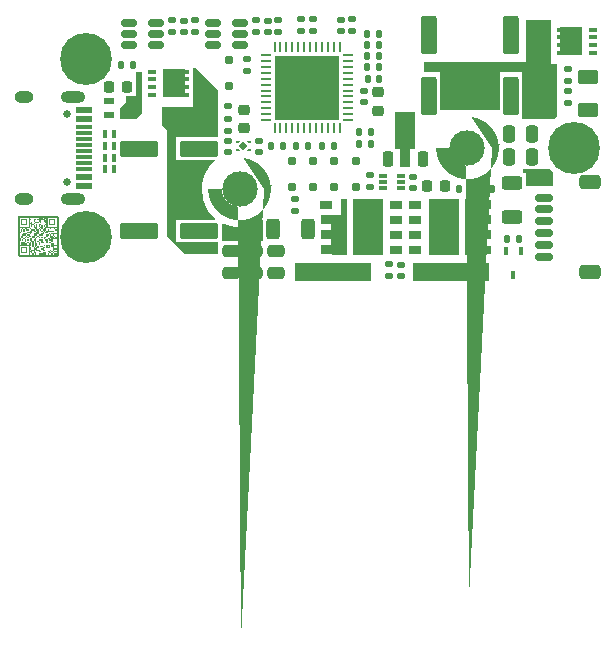
<source format=gbr>
%TF.GenerationSoftware,KiCad,Pcbnew,8.0.3*%
%TF.CreationDate,2024-10-12T12:31:44+02:00*%
%TF.ProjectId,Parkside-100W-Brick,5061726b-7369-4646-952d-313030572d42,rev?*%
%TF.SameCoordinates,Original*%
%TF.FileFunction,Soldermask,Top*%
%TF.FilePolarity,Negative*%
%FSLAX46Y46*%
G04 Gerber Fmt 4.6, Leading zero omitted, Abs format (unit mm)*
G04 Created by KiCad (PCBNEW 8.0.3) date 2024-10-12 12:31:44*
%MOMM*%
%LPD*%
G01*
G04 APERTURE LIST*
G04 Aperture macros list*
%AMRoundRect*
0 Rectangle with rounded corners*
0 $1 Rounding radius*
0 $2 $3 $4 $5 $6 $7 $8 $9 X,Y pos of 4 corners*
0 Add a 4 corners polygon primitive as box body*
4,1,4,$2,$3,$4,$5,$6,$7,$8,$9,$2,$3,0*
0 Add four circle primitives for the rounded corners*
1,1,$1+$1,$2,$3*
1,1,$1+$1,$4,$5*
1,1,$1+$1,$6,$7*
1,1,$1+$1,$8,$9*
0 Add four rect primitives between the rounded corners*
20,1,$1+$1,$2,$3,$4,$5,0*
20,1,$1+$1,$4,$5,$6,$7,0*
20,1,$1+$1,$6,$7,$8,$9,0*
20,1,$1+$1,$8,$9,$2,$3,0*%
%AMRotRect*
0 Rectangle, with rotation*
0 The origin of the aperture is its center*
0 $1 length*
0 $2 width*
0 $3 Rotation angle, in degrees counterclockwise*
0 Add horizontal line*
21,1,$1,$2,0,0,$3*%
%AMFreePoly0*
4,1,5,0.110000,-0.125000,-0.110000,-0.125000,-0.110000,0.125000,0.360000,0.125000,0.110000,-0.125000,0.110000,-0.125000,$1*%
%AMFreePoly1*
4,1,6,0.290000,-0.055000,0.290000,-0.125000,-0.110000,-0.125000,-0.110000,0.125000,0.110000,0.125000,0.290000,-0.055000,0.290000,-0.055000,$1*%
%AMFreePoly2*
4,1,7,0.110000,-0.125000,-0.110000,-0.125000,-0.290000,-0.125000,-0.290000,-0.055000,-0.110000,0.125000,0.110000,0.125000,0.110000,-0.125000,0.110000,-0.125000,$1*%
%AMFreePoly3*
4,1,6,0.110000,-0.125000,-0.110000,-0.125000,-0.290000,0.055000,-0.290000,0.125000,0.110000,0.125000,0.110000,-0.125000,0.110000,-0.125000,$1*%
%AMFreePoly4*
4,1,93,-1.755578,2.630679,-1.440813,2.572996,-1.135297,2.477793,-0.843484,2.346458,-0.569628,2.180907,-0.317725,1.983553,-0.091447,1.757275,0.105907,1.505372,0.271458,1.231516,0.402793,0.939703,0.497996,0.634187,0.555679,0.319422,0.575000,0.000000,0.555679,-0.319422,0.497996,-0.634187,0.402793,-0.939703,0.271458,-1.231516,0.105907,-1.505372,-0.091447,-1.757275,-0.317725,-1.983553,
-0.569628,-2.180907,-0.843484,-2.346458,-1.135297,-2.477793,-1.440813,-2.572996,-1.755578,-2.630679,-2.075000,-2.650000,-2.394422,-2.630679,-2.709187,-2.572996,-3.014703,-2.477793,-3.306516,-2.346458,-3.580372,-2.180907,-3.832275,-1.983553,-4.058553,-1.757275,-4.255907,-1.505372,-4.421458,-1.231516,-4.552793,-0.939703,-4.647996,-0.634187,-4.705679,-0.319422,-4.725000,0.000000,-3.580141,0.000000,
-3.559613,-0.247738,-3.498588,-0.488718,-3.398732,-0.716368,-3.262768,-0.924477,-3.094404,-1.107368,-2.898234,-1.260054,-2.679608,-1.378368,-2.444490,-1.459084,-2.199294,-1.500000,-1.950706,-1.500000,-1.705510,-1.459084,-1.470392,-1.378368,-1.251766,-1.260054,-1.055596,-1.107368,-0.887232,-0.924477,-0.751268,-0.716368,-0.651412,-0.488718,-0.590387,-0.247738,-0.569859,0.000000,-0.590387,0.247738,
-0.651412,0.488718,-0.751268,0.716368,-0.887232,0.924477,-1.055596,1.107368,-1.251766,1.260054,-1.470392,1.378368,-1.705510,1.459084,-1.950706,1.500000,-2.199294,1.500000,-2.444490,1.459084,-2.679608,1.378368,-2.898234,1.260054,-3.094404,1.107368,-3.262768,0.924477,-3.398732,0.716368,-3.498588,0.488718,-3.559613,0.247738,-3.580141,0.000000,-4.725000,0.000000,-4.705679,0.319422,
-4.647996,0.634187,-4.552793,0.939703,-4.421458,1.231516,-4.255907,1.505372,-4.058553,1.757275,-3.832275,1.983553,-3.580372,2.180907,-3.306516,2.346458,-3.014703,2.477793,-2.709187,2.572996,-2.394422,2.630679,-2.075000,2.650000,-1.755578,2.630679,-1.755578,2.630679,$1*%
%AMFreePoly5*
4,1,17,2.400000,-0.600000,2.310008,-0.600000,2.310008,-1.549987,1.510008,-1.549987,1.510008,-0.700000,1.040005,-0.700000,1.040005,-1.549987,0.240005,-1.549987,0.240005,-0.700000,-0.229997,-0.700000,-0.229997,-1.549987,-1.014986,-1.549987,-1.014986,0.164999,-2.400000,0.164999,-2.400000,0.700000,2.394996,0.700000,2.400000,-0.600000,2.400000,-0.600000,$1*%
%AMFreePoly6*
4,1,9,3.862500,-0.866500,0.737500,-0.866500,0.737500,-0.450000,-0.737500,-0.450000,-0.737500,0.450000,0.737500,0.450000,0.737500,0.866500,3.862500,0.866500,3.862500,-0.866500,3.862500,-0.866500,$1*%
G04 Aperture macros list end*
%ADD10C,0.000000*%
%ADD11RoundRect,0.225000X0.250000X-0.225000X0.250000X0.225000X-0.250000X0.225000X-0.250000X-0.225000X0*%
%ADD12RoundRect,0.140000X-0.170000X0.140000X-0.170000X-0.140000X0.170000X-0.140000X0.170000X0.140000X0*%
%ADD13RoundRect,0.250000X-0.312500X-0.625000X0.312500X-0.625000X0.312500X0.625000X-0.312500X0.625000X0*%
%ADD14RoundRect,0.135000X-0.185000X0.135000X-0.185000X-0.135000X0.185000X-0.135000X0.185000X0.135000X0*%
%ADD15RoundRect,0.250000X-0.475000X0.250000X-0.475000X-0.250000X0.475000X-0.250000X0.475000X0.250000X0*%
%ADD16RoundRect,0.203125X1.446875X0.446875X-1.446875X0.446875X-1.446875X-0.446875X1.446875X-0.446875X0*%
%ADD17R,0.400000X0.700000*%
%ADD18RoundRect,0.140000X-0.140000X-0.170000X0.140000X-0.170000X0.140000X0.170000X-0.140000X0.170000X0*%
%ADD19RoundRect,0.050000X-0.250000X0.250000X-0.250000X-0.250000X0.250000X-0.250000X0.250000X0.250000X0*%
%ADD20RoundRect,0.150000X0.512500X0.150000X-0.512500X0.150000X-0.512500X-0.150000X0.512500X-0.150000X0*%
%ADD21RoundRect,0.140000X0.140000X0.170000X-0.140000X0.170000X-0.140000X-0.170000X0.140000X-0.170000X0*%
%ADD22RoundRect,0.062500X-0.362500X-0.062500X0.362500X-0.062500X0.362500X0.062500X-0.362500X0.062500X0*%
%ADD23RoundRect,0.062500X-0.062500X-0.362500X0.062500X-0.362500X0.062500X0.362500X-0.062500X0.362500X0*%
%ADD24R,5.450000X5.450000*%
%ADD25RoundRect,0.135000X0.135000X0.185000X-0.135000X0.185000X-0.135000X-0.185000X0.135000X-0.185000X0*%
%ADD26R,0.700000X0.420000*%
%ADD27R,0.450000X0.420000*%
%ADD28R,1.930000X2.490000*%
%ADD29RoundRect,0.140000X0.170000X-0.140000X0.170000X0.140000X-0.170000X0.140000X-0.170000X-0.140000X0*%
%ADD30RoundRect,0.250000X0.250000X0.475000X-0.250000X0.475000X-0.250000X-0.475000X0.250000X-0.475000X0*%
%ADD31C,0.700000*%
%ADD32C,4.400000*%
%ADD33RoundRect,0.225000X0.225000X0.250000X-0.225000X0.250000X-0.225000X-0.250000X0.225000X-0.250000X0*%
%ADD34RoundRect,0.135000X0.185000X-0.135000X0.185000X0.135000X-0.185000X0.135000X-0.185000X-0.135000X0*%
%ADD35RoundRect,0.135000X-0.135000X-0.185000X0.135000X-0.185000X0.135000X0.185000X-0.135000X0.185000X0*%
%ADD36FreePoly0,0.000000*%
%ADD37FreePoly1,0.000000*%
%ADD38FreePoly2,0.000000*%
%ADD39FreePoly3,0.000000*%
%ADD40RotRect,0.480000X0.480000X45.000000*%
%ADD41RoundRect,0.203125X0.446875X-1.446875X0.446875X1.446875X-0.446875X1.446875X-0.446875X-1.446875X0*%
%ADD42RoundRect,0.250000X-0.625000X0.375000X-0.625000X-0.375000X0.625000X-0.375000X0.625000X0.375000X0*%
%ADD43C,3.000000*%
%ADD44FreePoly4,0.000000*%
%ADD45C,0.650000*%
%ADD46R,1.450000X0.600000*%
%ADD47R,1.450000X0.300000*%
%ADD48O,2.100000X1.000000*%
%ADD49O,1.600000X1.000000*%
%ADD50RoundRect,0.085000X-0.265000X-0.085000X0.265000X-0.085000X0.265000X0.085000X-0.265000X0.085000X0*%
%ADD51R,1.000000X0.800000*%
%ADD52FreePoly5,90.000000*%
%ADD53R,2.600000X4.800000*%
%ADD54FreePoly5,270.000000*%
%ADD55RoundRect,0.150000X0.625000X-0.150000X0.625000X0.150000X-0.625000X0.150000X-0.625000X-0.150000X0*%
%ADD56RoundRect,0.250000X0.650000X-0.350000X0.650000X0.350000X-0.650000X0.350000X-0.650000X-0.350000X0*%
%ADD57RoundRect,0.225000X0.225000X-0.425000X0.225000X0.425000X-0.225000X0.425000X-0.225000X-0.425000X0*%
%ADD58FreePoly6,90.000000*%
%ADD59RoundRect,0.225000X-0.225000X-0.250000X0.225000X-0.250000X0.225000X0.250000X-0.225000X0.250000X0*%
%ADD60R,0.450000X0.700000*%
%ADD61RoundRect,0.250000X0.625000X-0.312500X0.625000X0.312500X-0.625000X0.312500X-0.625000X-0.312500X0*%
%ADD62RoundRect,0.050000X0.350000X-0.225000X0.350000X0.225000X-0.350000X0.225000X-0.350000X-0.225000X0*%
%ADD63R,6.500000X1.500000*%
G04 APERTURE END LIST*
D10*
G36*
X152323641Y-106876816D02*
G01*
X152215922Y-106876816D01*
X152215922Y-106769097D01*
X152323641Y-106769097D01*
X152323641Y-106876816D01*
G37*
G36*
X153733222Y-105730699D02*
G01*
X153742224Y-105731379D01*
X153751092Y-105732500D01*
X153759816Y-105734049D01*
X153768383Y-105736017D01*
X153776785Y-105738392D01*
X153785008Y-105741163D01*
X153793043Y-105744320D01*
X153800879Y-105747851D01*
X153808504Y-105751746D01*
X153815908Y-105755993D01*
X153823079Y-105760582D01*
X153830008Y-105765502D01*
X153836682Y-105770741D01*
X153843091Y-105776290D01*
X153849224Y-105782136D01*
X153855070Y-105788269D01*
X153860619Y-105794678D01*
X153865858Y-105801352D01*
X153870778Y-105808281D01*
X153875367Y-105815452D01*
X153879614Y-105822856D01*
X153883509Y-105830481D01*
X153887040Y-105838317D01*
X153890197Y-105846352D01*
X153892968Y-105854575D01*
X153895343Y-105862977D01*
X153897311Y-105871544D01*
X153898860Y-105880268D01*
X153899981Y-105889136D01*
X153900661Y-105898138D01*
X153900890Y-105907263D01*
X153900890Y-109031360D01*
X153900661Y-109040485D01*
X153899981Y-109049487D01*
X153898860Y-109058355D01*
X153897311Y-109067079D01*
X153895343Y-109075646D01*
X153892968Y-109084048D01*
X153890197Y-109092271D01*
X153887040Y-109100306D01*
X153883509Y-109108142D01*
X153879614Y-109115767D01*
X153875367Y-109123171D01*
X153870778Y-109130342D01*
X153865858Y-109137271D01*
X153860619Y-109143945D01*
X153855070Y-109150354D01*
X153849224Y-109156487D01*
X153843091Y-109162333D01*
X153836682Y-109167882D01*
X153830008Y-109173121D01*
X153823079Y-109178041D01*
X153815908Y-109182630D01*
X153808504Y-109186877D01*
X153800879Y-109190772D01*
X153793043Y-109194303D01*
X153785008Y-109197460D01*
X153776785Y-109200231D01*
X153768383Y-109202606D01*
X153759816Y-109204574D01*
X153751092Y-109206123D01*
X153742224Y-109207244D01*
X153733222Y-109207924D01*
X153724097Y-109208153D01*
X150600000Y-109208153D01*
X150590875Y-109207924D01*
X150581873Y-109207244D01*
X150573005Y-109206123D01*
X150564281Y-109204574D01*
X150555714Y-109202606D01*
X150547312Y-109200231D01*
X150539089Y-109197460D01*
X150531054Y-109194303D01*
X150523218Y-109190772D01*
X150515593Y-109186877D01*
X150508189Y-109182630D01*
X150501018Y-109178041D01*
X150494089Y-109173121D01*
X150487415Y-109167882D01*
X150481006Y-109162333D01*
X150474873Y-109156487D01*
X150469027Y-109150354D01*
X150463478Y-109143945D01*
X150458239Y-109137271D01*
X150453319Y-109130342D01*
X150448730Y-109123171D01*
X150444483Y-109115767D01*
X150440588Y-109108142D01*
X150437057Y-109100306D01*
X150433900Y-109092271D01*
X150431129Y-109084048D01*
X150428754Y-109075646D01*
X150426786Y-109067079D01*
X150425237Y-109058355D01*
X150424116Y-109049487D01*
X150423436Y-109040485D01*
X150423207Y-109031360D01*
X150423207Y-108277273D01*
X150600000Y-108277273D01*
X150600000Y-109031360D01*
X151354088Y-109031360D01*
X151354088Y-108815895D01*
X151461834Y-108815895D01*
X151461834Y-109031360D01*
X151677272Y-109031360D01*
X151677272Y-108923614D01*
X151785018Y-108923614D01*
X151785018Y-109031360D01*
X151892737Y-109031360D01*
X151892737Y-108923614D01*
X151785018Y-108923614D01*
X151785018Y-108708176D01*
X151677272Y-108708176D01*
X151677272Y-108923614D01*
X151569553Y-108923614D01*
X151569553Y-108815895D01*
X151461834Y-108815895D01*
X151354088Y-108815895D01*
X151354088Y-108708176D01*
X151354088Y-108600430D01*
X151461834Y-108600430D01*
X151461834Y-108708176D01*
X151569553Y-108708176D01*
X151569553Y-108600430D01*
X151461834Y-108600430D01*
X151354088Y-108600430D01*
X151354088Y-108277273D01*
X150600000Y-108277273D01*
X150423207Y-108277273D01*
X150423207Y-106769097D01*
X150600000Y-106769097D01*
X150600000Y-107092281D01*
X150707746Y-107092281D01*
X150707746Y-107200000D01*
X150600000Y-107200000D01*
X150600000Y-107630904D01*
X150707746Y-107630904D01*
X150707746Y-107846342D01*
X150600000Y-107846342D01*
X150600000Y-108169526D01*
X150707746Y-108169526D01*
X150707746Y-107954088D01*
X151030931Y-107954088D01*
X151030931Y-108061807D01*
X151246369Y-108061807D01*
X151246369Y-108169526D01*
X151354088Y-108169526D01*
X151354088Y-108061807D01*
X151461834Y-108061807D01*
X151461834Y-107954088D01*
X151569553Y-107954088D01*
X151569553Y-107846342D01*
X151461834Y-107846342D01*
X151461834Y-107630904D01*
X151677272Y-107630904D01*
X151677272Y-107846342D01*
X151785018Y-107846342D01*
X151785018Y-107738623D01*
X151892737Y-107738623D01*
X151892737Y-107630904D01*
X152000456Y-107630904D01*
X152000456Y-108061807D01*
X152108175Y-108061807D01*
X152108175Y-108277273D01*
X152000456Y-108277273D01*
X152000456Y-108384992D01*
X151892737Y-108384992D01*
X151892737Y-107846342D01*
X151785018Y-107846342D01*
X151785018Y-108384992D01*
X151677272Y-108384992D01*
X151677272Y-107954088D01*
X151569553Y-107954088D01*
X151569553Y-108277273D01*
X151461834Y-108277273D01*
X151461834Y-108384992D01*
X151569553Y-108384992D01*
X151569553Y-108600430D01*
X151785018Y-108600430D01*
X151785018Y-108384992D01*
X151892737Y-108384992D01*
X151892737Y-108492710D01*
X152000456Y-108492710D01*
X152000456Y-108384992D01*
X152108175Y-108384992D01*
X152108175Y-108277273D01*
X152215922Y-108277273D01*
X152215922Y-108492710D01*
X152108175Y-108492710D01*
X152108175Y-108600430D01*
X152323641Y-108600430D01*
X152323641Y-108708176D01*
X152431360Y-108708176D01*
X152431360Y-108815895D01*
X152215922Y-108815895D01*
X152215922Y-108708176D01*
X152000456Y-108708176D01*
X152000456Y-108600430D01*
X151892737Y-108600430D01*
X151892737Y-108815895D01*
X152000456Y-108815895D01*
X152000456Y-109031360D01*
X152215922Y-109031360D01*
X152215922Y-108923614D01*
X152539079Y-108923614D01*
X152539079Y-108815895D01*
X152862263Y-108815895D01*
X152862263Y-109031360D01*
X152970010Y-109031360D01*
X152970010Y-108923614D01*
X153077729Y-108923614D01*
X153077729Y-109031360D01*
X153293167Y-109031360D01*
X153293167Y-108923614D01*
X153400913Y-108923614D01*
X153400913Y-109031360D01*
X153508632Y-109031360D01*
X153508632Y-108923614D01*
X153724097Y-108923614D01*
X153724097Y-108815895D01*
X153508632Y-108815895D01*
X153508632Y-108708176D01*
X153724097Y-108708176D01*
X153724097Y-108600430D01*
X153508632Y-108600430D01*
X153508632Y-108708176D01*
X153400913Y-108708176D01*
X153400913Y-108492710D01*
X153400913Y-108384992D01*
X153293167Y-108384992D01*
X153293167Y-108277273D01*
X153508632Y-108277273D01*
X153508632Y-108492710D01*
X153724097Y-108492710D01*
X153724097Y-108277273D01*
X153508632Y-108277273D01*
X153293167Y-108277273D01*
X153293167Y-108061807D01*
X153508632Y-108061807D01*
X153508632Y-108169526D01*
X153724097Y-108169526D01*
X153724097Y-107738623D01*
X153400913Y-107738623D01*
X153400913Y-107954088D01*
X153293167Y-107954088D01*
X153293167Y-107846342D01*
X153077729Y-107846342D01*
X153077729Y-107738623D01*
X152970010Y-107738623D01*
X152970010Y-107630904D01*
X153185447Y-107630904D01*
X153185447Y-107738623D01*
X153293167Y-107738623D01*
X153293167Y-107630904D01*
X153185447Y-107630904D01*
X153185447Y-107415438D01*
X153185447Y-107307719D01*
X153293167Y-107307719D01*
X153293167Y-107415438D01*
X153400913Y-107415438D01*
X153400913Y-107523185D01*
X153508632Y-107523185D01*
X153508632Y-107630904D01*
X153616351Y-107630904D01*
X153616351Y-107523185D01*
X153724097Y-107523185D01*
X153724097Y-107307719D01*
X153508632Y-107307719D01*
X153508632Y-107415438D01*
X153400913Y-107415438D01*
X153400913Y-107307719D01*
X153293167Y-107307719D01*
X153293167Y-107200000D01*
X153724097Y-107200000D01*
X153724097Y-106984535D01*
X153616351Y-106984535D01*
X153616351Y-106876816D01*
X153724097Y-106876816D01*
X153724097Y-106769097D01*
X153616351Y-106769097D01*
X153616351Y-106876816D01*
X153508632Y-106876816D01*
X153508632Y-106769097D01*
X153293167Y-106769097D01*
X153293167Y-106876816D01*
X153185447Y-106876816D01*
X153185447Y-106769097D01*
X152862263Y-106769097D01*
X152862263Y-106984535D01*
X152754544Y-106984535D01*
X152754544Y-107092281D01*
X152646825Y-107092281D01*
X152646825Y-106984535D01*
X152539079Y-106984535D01*
X152539079Y-106876816D01*
X152646825Y-106876816D01*
X152646825Y-106769097D01*
X152754544Y-106769097D01*
X152754544Y-106661351D01*
X152862263Y-106661351D01*
X152862263Y-106553632D01*
X152754544Y-106553632D01*
X152754544Y-106445913D01*
X152862263Y-106445913D01*
X152862263Y-106338194D01*
X152754544Y-106338194D01*
X152754544Y-106230447D01*
X152646825Y-106230447D01*
X152646825Y-106122728D01*
X152431360Y-106122728D01*
X152431360Y-106338194D01*
X152323641Y-106338194D01*
X152323641Y-106230447D01*
X152215922Y-106230447D01*
X152215922Y-106122728D01*
X152108175Y-106122728D01*
X152108175Y-106015009D01*
X152215922Y-106015009D01*
X152215922Y-105907263D01*
X152539079Y-105907263D01*
X152539079Y-106015009D01*
X152646825Y-106015009D01*
X152754544Y-106015009D01*
X152754544Y-106122728D01*
X152862263Y-106122728D01*
X152862263Y-106015009D01*
X152754544Y-106015009D01*
X152646825Y-106015009D01*
X152646825Y-105907263D01*
X152970010Y-105907263D01*
X152970010Y-106661351D01*
X153724097Y-106661351D01*
X153724097Y-105907263D01*
X152970010Y-105907263D01*
X152646825Y-105907263D01*
X152539079Y-105907263D01*
X152215922Y-105907263D01*
X151461834Y-105907263D01*
X151461834Y-106015009D01*
X151569553Y-106015009D01*
X151569553Y-106122728D01*
X151461834Y-106122728D01*
X151461834Y-106338194D01*
X151569553Y-106338194D01*
X151569553Y-106230447D01*
X151677272Y-106230447D01*
X151677272Y-106445913D01*
X151785018Y-106445913D01*
X151785018Y-106553632D01*
X151677272Y-106553632D01*
X151677272Y-106661351D01*
X151569553Y-106661351D01*
X151569553Y-106445913D01*
X151461834Y-106445913D01*
X151461834Y-106769097D01*
X151246369Y-106769097D01*
X151246369Y-106876816D01*
X151354088Y-106876816D01*
X151354088Y-106984535D01*
X151138650Y-106984535D01*
X151138650Y-106876816D01*
X151030931Y-106876816D01*
X151030931Y-106769097D01*
X150923184Y-106769097D01*
X150923184Y-106876816D01*
X150815465Y-106876816D01*
X150815465Y-106769097D01*
X150600000Y-106769097D01*
X150423207Y-106769097D01*
X150423207Y-106661351D01*
X150423207Y-105907263D01*
X150600000Y-105907263D01*
X150600000Y-106661351D01*
X151354088Y-106661351D01*
X151354088Y-105907263D01*
X150600000Y-105907263D01*
X150423207Y-105907263D01*
X150423436Y-105898138D01*
X150424116Y-105889136D01*
X150425237Y-105880268D01*
X150426786Y-105871544D01*
X150428754Y-105862977D01*
X150431129Y-105854575D01*
X150433900Y-105846352D01*
X150437057Y-105838317D01*
X150440588Y-105830481D01*
X150444483Y-105822856D01*
X150448730Y-105815452D01*
X150453319Y-105808281D01*
X150458239Y-105801352D01*
X150463478Y-105794678D01*
X150469027Y-105788269D01*
X150474873Y-105782136D01*
X150481006Y-105776290D01*
X150487415Y-105770741D01*
X150494089Y-105765502D01*
X150501018Y-105760582D01*
X150508189Y-105755993D01*
X150515593Y-105751746D01*
X150523218Y-105747851D01*
X150531054Y-105744320D01*
X150539089Y-105741163D01*
X150547312Y-105738392D01*
X150555714Y-105736017D01*
X150564281Y-105734049D01*
X150573005Y-105732500D01*
X150581873Y-105731379D01*
X150590875Y-105730699D01*
X150600000Y-105730470D01*
X153724097Y-105730470D01*
X153733222Y-105730699D01*
G37*
G36*
X153185447Y-107307719D02*
G01*
X153077729Y-107307719D01*
X153077729Y-107200000D01*
X153185447Y-107200000D01*
X153185447Y-107307719D01*
G37*
G36*
X152323641Y-108169526D02*
G01*
X152215922Y-108169526D01*
X152215922Y-107954088D01*
X152323641Y-107954088D01*
X152323641Y-108169526D01*
G37*
G36*
X152539079Y-107954088D02*
G01*
X152646825Y-107954088D01*
X152646825Y-108061807D01*
X152431360Y-108061807D01*
X152431360Y-107846342D01*
X152215922Y-107846342D01*
X152215922Y-107738623D01*
X152539079Y-107738623D01*
X152539079Y-107954088D01*
G37*
G36*
X151246369Y-108923614D02*
G01*
X150707746Y-108923614D01*
X150707746Y-108815895D01*
X150707746Y-108492710D01*
X150815465Y-108492710D01*
X150815465Y-108815895D01*
X151138650Y-108815895D01*
X151138650Y-108492710D01*
X150815465Y-108492710D01*
X150707746Y-108492710D01*
X150707746Y-108384992D01*
X151246369Y-108384992D01*
X151246369Y-108923614D01*
G37*
G36*
X152646825Y-107307719D02*
G01*
X152539079Y-107307719D01*
X152539079Y-107415438D01*
X152215922Y-107415438D01*
X152215922Y-107307719D01*
X152431360Y-107307719D01*
X152431360Y-107200000D01*
X152539079Y-107200000D01*
X152539079Y-107092281D01*
X152646825Y-107092281D01*
X152646825Y-107307719D01*
G37*
G36*
X151892737Y-106445913D02*
G01*
X151785018Y-106445913D01*
X151785018Y-106338194D01*
X151892737Y-106338194D01*
X151892737Y-106445913D01*
G37*
G36*
X151461834Y-107415438D02*
G01*
X151569553Y-107415438D01*
X151569553Y-107523185D01*
X151354088Y-107523185D01*
X151354088Y-107415438D01*
X151246369Y-107415438D01*
X151246369Y-107307719D01*
X151461834Y-107307719D01*
X151461834Y-107415438D01*
G37*
G36*
X152215922Y-107954088D02*
G01*
X152108175Y-107954088D01*
X152108175Y-107846342D01*
X152215922Y-107846342D01*
X152215922Y-107954088D01*
G37*
G36*
X160925000Y-97100000D02*
G01*
X160450000Y-97575000D01*
X159100000Y-97575000D01*
X159100000Y-96600000D01*
X159575000Y-96125000D01*
X159575000Y-95550000D01*
X160450000Y-95550000D01*
X160450000Y-93550000D01*
X160925000Y-93550000D01*
X160925000Y-97100000D01*
G37*
G36*
X153400913Y-108815895D02*
G01*
X153293167Y-108815895D01*
X153293167Y-108708176D01*
X153400913Y-108708176D01*
X153400913Y-108815895D01*
G37*
G36*
X151030931Y-107092281D02*
G01*
X150923184Y-107092281D01*
X150923184Y-106876816D01*
X151030931Y-106876816D01*
X151030931Y-107092281D01*
G37*
G36*
X153185447Y-108815895D02*
G01*
X153293167Y-108815895D01*
X153293167Y-108923614D01*
X153077729Y-108923614D01*
X153077729Y-108815895D01*
X152970010Y-108815895D01*
X152970010Y-108708176D01*
X153185447Y-108708176D01*
X153185447Y-108815895D01*
G37*
G36*
X151354088Y-108061807D02*
G01*
X151246369Y-108061807D01*
X151246369Y-107954088D01*
X151354088Y-107954088D01*
X151354088Y-108061807D01*
G37*
G36*
X150815465Y-107092281D02*
G01*
X150707746Y-107092281D01*
X150707746Y-106876816D01*
X150815465Y-106876816D01*
X150815465Y-107092281D01*
G37*
G36*
X195600000Y-92900000D02*
G01*
X196100000Y-92900000D01*
X196100000Y-97300000D01*
X195850000Y-97550000D01*
X193850000Y-97550000D01*
X193150000Y-97550000D01*
X193150000Y-96600000D01*
X193150000Y-93600000D01*
X191250000Y-93600000D01*
X191250000Y-96800000D01*
X186200000Y-96800000D01*
X186200000Y-93600000D01*
X184850000Y-93600000D01*
X184850000Y-92750000D01*
X193500000Y-92750000D01*
X193500000Y-89150000D01*
X195600000Y-89150000D01*
X195600000Y-92900000D01*
G37*
G36*
X152754544Y-108277273D02*
G01*
X152646825Y-108277273D01*
X152646825Y-108169526D01*
X152754544Y-108169526D01*
X152754544Y-108277273D01*
G37*
G36*
X151246369Y-107307719D02*
G01*
X151138650Y-107307719D01*
X151138650Y-107415438D01*
X150923184Y-107415438D01*
X150923184Y-107630904D01*
X150707746Y-107630904D01*
X150707746Y-107415438D01*
X150815465Y-107415438D01*
X150815465Y-107307719D01*
X150923184Y-107307719D01*
X150923184Y-107200000D01*
X151246369Y-107200000D01*
X151246369Y-107307719D01*
G37*
G36*
X151138650Y-107954088D02*
G01*
X151030931Y-107954088D01*
X151030931Y-107738623D01*
X151138650Y-107738623D01*
X151138650Y-107954088D01*
G37*
G36*
X153293167Y-108708176D02*
G01*
X153185447Y-108708176D01*
X153185447Y-108600430D01*
X153293167Y-108600430D01*
X153293167Y-108708176D01*
G37*
G36*
X152970010Y-108061807D02*
G01*
X152862263Y-108061807D01*
X152862263Y-107846342D01*
X152754544Y-107846342D01*
X152754544Y-107738623D01*
X152970010Y-107738623D01*
X152970010Y-108061807D01*
G37*
G36*
X152754544Y-108492710D02*
G01*
X152646825Y-108492710D01*
X152646825Y-108600430D01*
X152754544Y-108600430D01*
X152754544Y-108708176D01*
X152539079Y-108708176D01*
X152539079Y-108600430D01*
X152431360Y-108600430D01*
X152431360Y-108492710D01*
X152539079Y-108492710D01*
X152539079Y-108384992D01*
X152754544Y-108384992D01*
X152754544Y-108492710D01*
G37*
G36*
X152539079Y-107092281D02*
G01*
X152431360Y-107092281D01*
X152431360Y-106984535D01*
X152539079Y-106984535D01*
X152539079Y-107092281D01*
G37*
G36*
X151354088Y-107630904D02*
G01*
X151246369Y-107630904D01*
X151246369Y-107523185D01*
X151354088Y-107523185D01*
X151354088Y-107630904D01*
G37*
G36*
X151569553Y-106876816D02*
G01*
X151461834Y-106876816D01*
X151461834Y-106769097D01*
X151569553Y-106769097D01*
X151569553Y-106876816D01*
G37*
G36*
X195750000Y-102000000D02*
G01*
X195750000Y-103250000D01*
X193475000Y-103250000D01*
X193475000Y-102100000D01*
X193250000Y-102100000D01*
X193250000Y-101775000D01*
X195525000Y-101775000D01*
X195750000Y-102000000D01*
G37*
G36*
X153077729Y-106984535D02*
G01*
X153508632Y-106984535D01*
X153508632Y-107092281D01*
X152970010Y-107092281D01*
X152970010Y-107200000D01*
X152754544Y-107200000D01*
X152754544Y-107092281D01*
X152862263Y-107092281D01*
X152862263Y-106984535D01*
X152970010Y-106984535D01*
X152970010Y-106876816D01*
X153077729Y-106876816D01*
X153077729Y-106984535D01*
G37*
G36*
X171230551Y-106080101D02*
G01*
X171225000Y-107900000D01*
X167750000Y-107900000D01*
X167750000Y-106399999D01*
X167950000Y-106399998D01*
X168119483Y-106473053D01*
X168471491Y-106583997D01*
X168833980Y-106653417D01*
X169202071Y-106680380D01*
X169570807Y-106664521D01*
X169935223Y-106606056D01*
X170290414Y-106505770D01*
X170631597Y-106365014D01*
X170954177Y-106185683D01*
X171029864Y-106132892D01*
X171100000Y-106075000D01*
X171230551Y-106080101D01*
G37*
G36*
X153616351Y-106553632D02*
G01*
X153077729Y-106553632D01*
X153077729Y-106445913D01*
X153077729Y-106122728D01*
X153185447Y-106122728D01*
X153185447Y-106445913D01*
X153508632Y-106445913D01*
X153508632Y-106122728D01*
X153185447Y-106122728D01*
X153077729Y-106122728D01*
X153077729Y-106015009D01*
X153616351Y-106015009D01*
X153616351Y-106553632D01*
G37*
G36*
X153185447Y-108492710D02*
G01*
X152862263Y-108492710D01*
X152862263Y-108384992D01*
X152862263Y-108277273D01*
X152970010Y-108277273D01*
X152970010Y-108384992D01*
X153077729Y-108384992D01*
X153077729Y-108277273D01*
X152970010Y-108277273D01*
X152862263Y-108277273D01*
X152862263Y-108169526D01*
X153185447Y-108169526D01*
X153185447Y-108492710D01*
G37*
G36*
X151354088Y-107846342D02*
G01*
X151246369Y-107846342D01*
X151246369Y-107738623D01*
X151354088Y-107738623D01*
X151354088Y-107846342D01*
G37*
G36*
X167100055Y-101094279D02*
G01*
X166974893Y-101212030D01*
X166747433Y-101469644D01*
X166548372Y-101749784D01*
X166379927Y-102049333D01*
X166243970Y-102364958D01*
X166142016Y-102693148D01*
X166075197Y-103030251D01*
X166044257Y-103372517D01*
X166044676Y-103544362D01*
X166046982Y-103715076D01*
X166083279Y-104054569D01*
X166155456Y-104388281D01*
X166262693Y-104712430D01*
X166403778Y-105023346D01*
X166577110Y-105317504D01*
X166780726Y-105591572D01*
X167012320Y-105842445D01*
X167139298Y-105956572D01*
X167125000Y-106050000D01*
X165850055Y-106050000D01*
X165850055Y-101000000D01*
X167100000Y-101000000D01*
X167100055Y-101094279D01*
G37*
G36*
X152000456Y-106122728D02*
G01*
X151892737Y-106122728D01*
X151892737Y-106230447D01*
X151785018Y-106230447D01*
X151785018Y-106015009D01*
X152000456Y-106015009D01*
X152000456Y-106122728D01*
G37*
G36*
X152431360Y-106553632D02*
G01*
X152323641Y-106553632D01*
X152323641Y-106661351D01*
X152215922Y-106661351D01*
X152215922Y-106445913D01*
X152431360Y-106445913D01*
X152431360Y-106553632D01*
G37*
G36*
X152323641Y-107630904D02*
G01*
X152215922Y-107630904D01*
X152215922Y-107523185D01*
X152323641Y-107523185D01*
X152323641Y-107630904D01*
G37*
G36*
X152108175Y-106876816D02*
G01*
X152215922Y-106876816D01*
X152215922Y-107307719D01*
X152108175Y-107307719D01*
X152108175Y-107415438D01*
X151892737Y-107415438D01*
X151892737Y-107630904D01*
X151677272Y-107630904D01*
X151677272Y-107415438D01*
X151785018Y-107415438D01*
X151785018Y-107200000D01*
X152000456Y-107200000D01*
X152000456Y-107092281D01*
X152108175Y-107092281D01*
X152108175Y-106984535D01*
X152000456Y-106984535D01*
X152000456Y-107092281D01*
X151785018Y-107092281D01*
X151785018Y-106984535D01*
X151677272Y-106984535D01*
X151677272Y-107200000D01*
X151569553Y-107200000D01*
X151569553Y-107307719D01*
X151461834Y-107307719D01*
X151461834Y-107200000D01*
X151246369Y-107200000D01*
X151246369Y-107092281D01*
X151461834Y-107092281D01*
X151461834Y-106984535D01*
X151569553Y-106984535D01*
X151569553Y-106876816D01*
X151892737Y-106876816D01*
X151892737Y-106984535D01*
X152000456Y-106984535D01*
X152000456Y-106876816D01*
X151892737Y-106876816D01*
X151892737Y-106769097D01*
X151785018Y-106769097D01*
X151785018Y-106553632D01*
X151892737Y-106553632D01*
X151892737Y-106661351D01*
X152000456Y-106661351D01*
X152000456Y-106445913D01*
X152108175Y-106445913D01*
X152108175Y-106876816D01*
G37*
G36*
X167350000Y-95100000D02*
G01*
X167350000Y-99100000D01*
X163850000Y-99100000D01*
X163850000Y-101000000D01*
X166000000Y-101000000D01*
X166000000Y-106050000D01*
X163850000Y-106050000D01*
X163850000Y-107950000D01*
X167400000Y-107950000D01*
X167400000Y-108950000D01*
X164550000Y-108950000D01*
X163075000Y-107475000D01*
X163075000Y-98475000D01*
X162650000Y-98050000D01*
X162650000Y-96500000D01*
X165300000Y-96500000D01*
X165300000Y-93200000D01*
X165450000Y-93200000D01*
X167350000Y-95100000D01*
G37*
G36*
X153077729Y-107415438D02*
G01*
X152970010Y-107415438D01*
X152970010Y-107523185D01*
X152862263Y-107523185D01*
X152862263Y-107307719D01*
X153077729Y-107307719D01*
X153077729Y-107415438D01*
G37*
G36*
X152215922Y-106338194D02*
G01*
X151892737Y-106338194D01*
X151892737Y-106230447D01*
X152215922Y-106230447D01*
X152215922Y-106338194D01*
G37*
G36*
X153508632Y-108923614D02*
G01*
X153400913Y-108923614D01*
X153400913Y-108815895D01*
X153508632Y-108815895D01*
X153508632Y-108923614D01*
G37*
G36*
X152431360Y-106984535D02*
G01*
X152323641Y-106984535D01*
X152323641Y-106876816D01*
X152431360Y-106876816D01*
X152431360Y-106984535D01*
G37*
G36*
X153293167Y-108061807D02*
G01*
X153077729Y-108061807D01*
X153077729Y-107954088D01*
X153293167Y-107954088D01*
X153293167Y-108061807D01*
G37*
G36*
X152539079Y-108384992D02*
G01*
X152323641Y-108384992D01*
X152323641Y-108277273D01*
X152539079Y-108277273D01*
X152539079Y-108384992D01*
G37*
G36*
X151246369Y-106553632D02*
G01*
X150707746Y-106553632D01*
X150707746Y-106445913D01*
X150707746Y-106122728D01*
X150815465Y-106122728D01*
X150815465Y-106445913D01*
X151138650Y-106445913D01*
X151138650Y-106122728D01*
X150815465Y-106122728D01*
X150707746Y-106122728D01*
X150707746Y-106015009D01*
X151246369Y-106015009D01*
X151246369Y-106553632D01*
G37*
G36*
X152539079Y-107630904D02*
G01*
X152431360Y-107630904D01*
X152431360Y-107523185D01*
X152539079Y-107523185D01*
X152539079Y-107630904D01*
G37*
G36*
X153616351Y-107523185D02*
G01*
X153508632Y-107523185D01*
X153508632Y-107415438D01*
X153616351Y-107415438D01*
X153616351Y-107523185D01*
G37*
G36*
X151138650Y-107630904D02*
G01*
X151030931Y-107630904D01*
X151030931Y-107523185D01*
X151138650Y-107523185D01*
X151138650Y-107630904D01*
G37*
G36*
X150923184Y-107846342D02*
G01*
X150815465Y-107846342D01*
X150815465Y-107738623D01*
X150923184Y-107738623D01*
X150923184Y-107846342D01*
G37*
G36*
X152108175Y-107630904D02*
G01*
X152000456Y-107630904D01*
X152000456Y-107523185D01*
X152108175Y-107523185D01*
X152108175Y-107630904D01*
G37*
G36*
X151246369Y-107523185D02*
G01*
X151138650Y-107523185D01*
X151138650Y-107415438D01*
X151246369Y-107415438D01*
X151246369Y-107523185D01*
G37*
G36*
X152215922Y-107523185D02*
G01*
X152108175Y-107523185D01*
X152108175Y-107415438D01*
X152215922Y-107415438D01*
X152215922Y-107523185D01*
G37*
G36*
X152539079Y-106876816D02*
G01*
X152431360Y-106876816D01*
X152431360Y-106769097D01*
X152323641Y-106769097D01*
X152323641Y-106661351D01*
X152431360Y-106661351D01*
X152431360Y-106553632D01*
X152539079Y-106553632D01*
X152539079Y-106876816D01*
G37*
G36*
X152754544Y-106661351D02*
G01*
X152646825Y-106661351D01*
X152646825Y-106553632D01*
X152754544Y-106553632D01*
X152754544Y-106661351D01*
G37*
G36*
X151030931Y-107738623D02*
G01*
X150923184Y-107738623D01*
X150923184Y-107630904D01*
X151030931Y-107630904D01*
X151030931Y-107738623D01*
G37*
G36*
X152862263Y-107630904D02*
G01*
X152754544Y-107630904D01*
X152754544Y-107738623D01*
X152646825Y-107738623D01*
X152646825Y-107523185D01*
X152862263Y-107523185D01*
X152862263Y-107630904D01*
G37*
D11*
%TO.C,C16*%
X180950000Y-96825000D03*
X180950000Y-95275000D03*
%TD*%
D12*
%TO.C,C21*%
X168200000Y-99367500D03*
X168200000Y-100327500D03*
%TD*%
D13*
%TO.C,R1*%
X172087500Y-106850000D03*
X175012500Y-106850000D03*
%TD*%
D14*
%TO.C,R3*%
X173900000Y-104290000D03*
X173900000Y-105310000D03*
%TD*%
D15*
%TO.C,C14*%
X170400000Y-108700000D03*
X170400000Y-110600000D03*
%TD*%
D16*
%TO.C,C18*%
X165800000Y-100050000D03*
X160700000Y-100050000D03*
%TD*%
D17*
%TO.C,D7*%
X157850000Y-101800000D03*
X158550000Y-101800000D03*
%TD*%
D18*
%TO.C,C10*%
X180050000Y-94125000D03*
X181010000Y-94125000D03*
%TD*%
D19*
%TO.C,D3*%
X173650000Y-101100000D03*
X173650000Y-103300000D03*
%TD*%
D20*
%TO.C,Q2*%
X169237500Y-91300000D03*
X169237500Y-90350000D03*
X169237500Y-89400000D03*
X166962500Y-89400000D03*
X166962500Y-90350000D03*
X166962500Y-91300000D03*
%TD*%
D17*
%TO.C,D5*%
X157850000Y-98800000D03*
X158550000Y-98800000D03*
%TD*%
D19*
%TO.C,D10*%
X168350000Y-92550000D03*
X168350000Y-94750000D03*
%TD*%
D21*
%TO.C,C2*%
X174980000Y-99800000D03*
X174020000Y-99800000D03*
%TD*%
D22*
%TO.C,U1*%
X171480000Y-92130000D03*
X171480000Y-92630000D03*
X171480000Y-93130000D03*
X171480000Y-93630000D03*
X171480000Y-94130000D03*
X171480000Y-94630000D03*
X171480000Y-95130000D03*
X171480000Y-95630000D03*
X171480000Y-96130000D03*
X171480000Y-96630000D03*
X171480000Y-97130000D03*
X171480000Y-97630000D03*
D23*
X172180000Y-98330000D03*
X172680000Y-98330000D03*
X173180000Y-98330000D03*
X173680000Y-98330000D03*
X174180000Y-98330000D03*
X174680000Y-98330000D03*
X175180000Y-98330000D03*
X175680000Y-98330000D03*
X176180000Y-98330000D03*
X176680000Y-98330000D03*
X177180000Y-98330000D03*
X177680000Y-98330000D03*
D22*
X178380000Y-97630000D03*
X178380000Y-97130000D03*
X178380000Y-96630000D03*
X178380000Y-96130000D03*
X178380000Y-95630000D03*
X178380000Y-95130000D03*
X178380000Y-94630000D03*
X178380000Y-94130000D03*
X178380000Y-93630000D03*
X178380000Y-93130000D03*
X178380000Y-92630000D03*
X178380000Y-92130000D03*
D23*
X177680000Y-91430000D03*
X177180000Y-91430000D03*
X176680000Y-91430000D03*
X176180000Y-91430000D03*
X175680000Y-91430000D03*
X175180000Y-91430000D03*
X174680000Y-91430000D03*
X174180000Y-91430000D03*
X173680000Y-91430000D03*
X173180000Y-91430000D03*
X172680000Y-91430000D03*
X172180000Y-91430000D03*
D24*
X174930000Y-94880000D03*
%TD*%
D25*
%TO.C,R10*%
X181050000Y-93175000D03*
X180030000Y-93175000D03*
%TD*%
D18*
%TO.C,C3*%
X171895000Y-99800000D03*
X172855000Y-99800000D03*
%TD*%
D14*
%TO.C,R15*%
X172500000Y-89190000D03*
X172500000Y-90210000D03*
%TD*%
D26*
%TO.C,Q5*%
X199150000Y-91925000D03*
X199150000Y-91275000D03*
X199150000Y-90625000D03*
X199150000Y-89975000D03*
D27*
X196225000Y-91925000D03*
X196225000Y-91275000D03*
D28*
X197300000Y-90950000D03*
D27*
X196225000Y-90625000D03*
X196225000Y-89975000D03*
%TD*%
D14*
%TO.C,R13*%
X181900000Y-109840000D03*
X181900000Y-110860000D03*
%TD*%
D29*
%TO.C,C5*%
X177770000Y-90075000D03*
X177770000Y-89115000D03*
%TD*%
D30*
%TO.C,C26*%
X193950000Y-100750000D03*
X192050000Y-100750000D03*
%TD*%
D19*
%TO.C,D6*%
X177250000Y-101100000D03*
X177250000Y-103300000D03*
%TD*%
D17*
%TO.C,D8*%
X157850000Y-100800000D03*
X158550000Y-100800000D03*
%TD*%
D29*
%TO.C,C22*%
X182850000Y-110830000D03*
X182850000Y-109870000D03*
%TD*%
D18*
%TO.C,C1*%
X176220000Y-99800000D03*
X177180000Y-99800000D03*
%TD*%
D31*
%TO.C,J1*%
X195850000Y-100000000D03*
X196333274Y-98833274D03*
X196333274Y-101166726D03*
X197500000Y-98350000D03*
D32*
X197500000Y-100000000D03*
D31*
X197500000Y-101650000D03*
X198666726Y-98833274D03*
X198666726Y-101166726D03*
X199150000Y-100000000D03*
%TD*%
D33*
%TO.C,C19*%
X159725000Y-94800000D03*
X158175000Y-94800000D03*
%TD*%
D14*
%TO.C,R17*%
X163525000Y-89190000D03*
X163525000Y-90210000D03*
%TD*%
D29*
%TO.C,C7*%
X171600000Y-90180000D03*
X171600000Y-89220000D03*
%TD*%
D34*
%TO.C,R23*%
X169850000Y-93510000D03*
X169850000Y-92490000D03*
%TD*%
D11*
%TO.C,C17*%
X169600000Y-98325000D03*
X169600000Y-96775000D03*
%TD*%
D35*
%TO.C,R6*%
X159190000Y-92950000D03*
X160210000Y-92950000D03*
%TD*%
D19*
%TO.C,D4*%
X175450000Y-101100000D03*
X175450000Y-103300000D03*
%TD*%
D35*
%TO.C,R4*%
X179315000Y-99620000D03*
X180335000Y-99620000D03*
%TD*%
%TO.C,R19*%
X191890000Y-107675000D03*
X192910000Y-107675000D03*
%TD*%
D18*
%TO.C,C4*%
X179345000Y-98650000D03*
X180305000Y-98650000D03*
%TD*%
D36*
%TO.C,U3*%
X169010000Y-99525000D03*
D37*
X169010000Y-100175000D03*
D38*
X170090000Y-100175000D03*
D39*
X170090000Y-99525000D03*
D40*
X169550000Y-99850000D03*
%TD*%
D34*
%TO.C,R12*%
X178720000Y-90105000D03*
X178720000Y-89085000D03*
%TD*%
D16*
%TO.C,C12*%
X165800000Y-107000000D03*
X160700000Y-107000000D03*
%TD*%
D14*
%TO.C,R16*%
X165450000Y-89190000D03*
X165450000Y-90210000D03*
%TD*%
D17*
%TO.C,D9*%
X157850000Y-99800000D03*
X158550000Y-99800000D03*
%TD*%
D14*
%TO.C,R27*%
X180300000Y-102240000D03*
X180300000Y-103260000D03*
%TD*%
D29*
%TO.C,C9*%
X164500000Y-90180000D03*
X164500000Y-89220000D03*
%TD*%
D15*
%TO.C,C8*%
X168500000Y-108700000D03*
X168500000Y-110600000D03*
%TD*%
%TO.C,C15*%
X172300000Y-108700000D03*
X172300000Y-110600000D03*
%TD*%
D26*
%TO.C,Q6*%
X161800000Y-93525000D03*
X161800000Y-94175000D03*
X161800000Y-94825000D03*
X161800000Y-95475000D03*
D27*
X164725000Y-93525000D03*
X164725000Y-94175000D03*
D28*
X163650000Y-94500000D03*
D27*
X164725000Y-94825000D03*
X164725000Y-95475000D03*
%TD*%
D41*
%TO.C,C11*%
X192200000Y-95550000D03*
X192200000Y-90450000D03*
%TD*%
D12*
%TO.C,C25*%
X170900000Y-99367500D03*
X170900000Y-100327500D03*
%TD*%
D14*
%TO.C,R22*%
X175400000Y-89090000D03*
X175400000Y-90110000D03*
%TD*%
D30*
%TO.C,C20*%
X193950000Y-98850000D03*
X192050000Y-98850000D03*
%TD*%
D42*
%TO.C,F1*%
X198750000Y-93950000D03*
X198750000Y-96750000D03*
%TD*%
D43*
%TO.C,J7*%
X169250000Y-103500000D03*
D44*
X171325000Y-103500000D03*
%TD*%
D45*
%TO.C,J2*%
X154625000Y-97110000D03*
X154625000Y-102890000D03*
D46*
X156070000Y-96750000D03*
X156070000Y-97550000D03*
D47*
X156070000Y-98750000D03*
X156070000Y-99750000D03*
X156070000Y-100250000D03*
X156070000Y-101250000D03*
D46*
X156070000Y-102450000D03*
X156070000Y-103250000D03*
X156070000Y-103250000D03*
X156070000Y-102450000D03*
D47*
X156070000Y-101750000D03*
X156070000Y-100750000D03*
X156070000Y-99250000D03*
X156070000Y-98250000D03*
D46*
X156070000Y-97550000D03*
X156070000Y-96750000D03*
D48*
X155155000Y-95680000D03*
D49*
X150975000Y-95680000D03*
D48*
X155155000Y-104320000D03*
D49*
X150975000Y-104320000D03*
%TD*%
D34*
%TO.C,R20*%
X197000000Y-94310000D03*
X197000000Y-93290000D03*
%TD*%
D50*
%TO.C,U4*%
X181350000Y-102400000D03*
X181350000Y-102900000D03*
X181350000Y-103400000D03*
X182850000Y-103400000D03*
X182850000Y-102900000D03*
X182850000Y-102400000D03*
%TD*%
D14*
%TO.C,R21*%
X174450000Y-89090000D03*
X174450000Y-90110000D03*
%TD*%
D19*
%TO.C,D2*%
X179050000Y-101100000D03*
X179050000Y-103300000D03*
%TD*%
D25*
%TO.C,R18*%
X188810000Y-103500000D03*
X187790000Y-103500000D03*
%TD*%
D14*
%TO.C,R14*%
X170625000Y-89190000D03*
X170625000Y-90210000D03*
%TD*%
D21*
%TO.C,C23*%
X190630000Y-103500000D03*
X189670000Y-103500000D03*
%TD*%
D31*
%TO.C,J3*%
X156230000Y-90850000D03*
X157396726Y-91333274D03*
X155063274Y-91333274D03*
X157880000Y-92500000D03*
D32*
X156230000Y-92500000D03*
D31*
X154580000Y-92500000D03*
X157396726Y-93666726D03*
X155063274Y-93666726D03*
X156230000Y-94150000D03*
%TD*%
D12*
%TO.C,C27*%
X183900000Y-102420000D03*
X183900000Y-103380000D03*
%TD*%
D41*
%TO.C,C13*%
X185250000Y-95550000D03*
X185250000Y-90450000D03*
%TD*%
D51*
%TO.C,Q13*%
X190009995Y-108605004D03*
D52*
X188960008Y-106705004D03*
D51*
X184090005Y-104794996D03*
X184090005Y-106064999D03*
X184090005Y-107335001D03*
X184090005Y-108605004D03*
D53*
X186490056Y-106700000D03*
%TD*%
D51*
%TO.C,Q12*%
X176555005Y-104794996D03*
D54*
X177604992Y-106694996D03*
D51*
X182474995Y-108605004D03*
X182474995Y-107335001D03*
X182474995Y-106064999D03*
X182474995Y-104794996D03*
D53*
X180074944Y-106700000D03*
%TD*%
D34*
%TO.C,R24*%
X197000000Y-96160000D03*
X197000000Y-95140000D03*
%TD*%
D20*
%TO.C,Q1*%
X162137500Y-91300000D03*
X162137500Y-90350000D03*
X162137500Y-89400000D03*
X159862500Y-89400000D03*
X159862500Y-90350000D03*
X159862500Y-91300000D03*
%TD*%
D43*
%TO.C,J4*%
X188500000Y-100000000D03*
D44*
X190575000Y-100000000D03*
%TD*%
D14*
%TO.C,R25*%
X168200000Y-96480000D03*
X168200000Y-97500000D03*
X168200000Y-98515000D03*
%TD*%
D55*
%TO.C,J5*%
X195025000Y-109200000D03*
X195025000Y-108200000D03*
X195025000Y-107200000D03*
X195025000Y-106200000D03*
X195025000Y-105200000D03*
X195025000Y-104200000D03*
D56*
X198900000Y-110500000D03*
X198900000Y-102900000D03*
%TD*%
D57*
%TO.C,U2*%
X181750000Y-100900000D03*
D58*
X183250000Y-100812500D03*
D57*
X184750000Y-100900000D03*
%TD*%
D29*
%TO.C,C6*%
X179750000Y-96105000D03*
X179750000Y-95145000D03*
%TD*%
D31*
%TO.C,J6*%
X156230000Y-109150000D03*
X155063274Y-108666726D03*
X157396726Y-108666726D03*
X154580000Y-107500000D03*
D32*
X156230000Y-107500000D03*
D31*
X157880000Y-107500000D03*
X155063274Y-106333274D03*
X157396726Y-106333274D03*
X156230000Y-105850000D03*
%TD*%
D59*
%TO.C,C24*%
X185075000Y-103250000D03*
X186625000Y-103250000D03*
%TD*%
D25*
%TO.C,R11*%
X181050000Y-92225000D03*
X180030000Y-92225000D03*
%TD*%
%TO.C,R9*%
X181050000Y-91275000D03*
X180030000Y-91275000D03*
%TD*%
D60*
%TO.C,Q3*%
X193050000Y-108750000D03*
X191750000Y-108750000D03*
X192400000Y-110750000D03*
%TD*%
D61*
%TO.C,R2*%
X192300000Y-105862500D03*
X192300000Y-102937500D03*
%TD*%
D62*
%TO.C,D1*%
X158200000Y-97225000D03*
X158200000Y-95975000D03*
%TD*%
D25*
%TO.C,R5*%
X181050000Y-90325000D03*
X180030000Y-90325000D03*
%TD*%
D63*
%TO.C,L1*%
X187100000Y-110500000D03*
X177100000Y-110500000D03*
%TD*%
M02*

</source>
